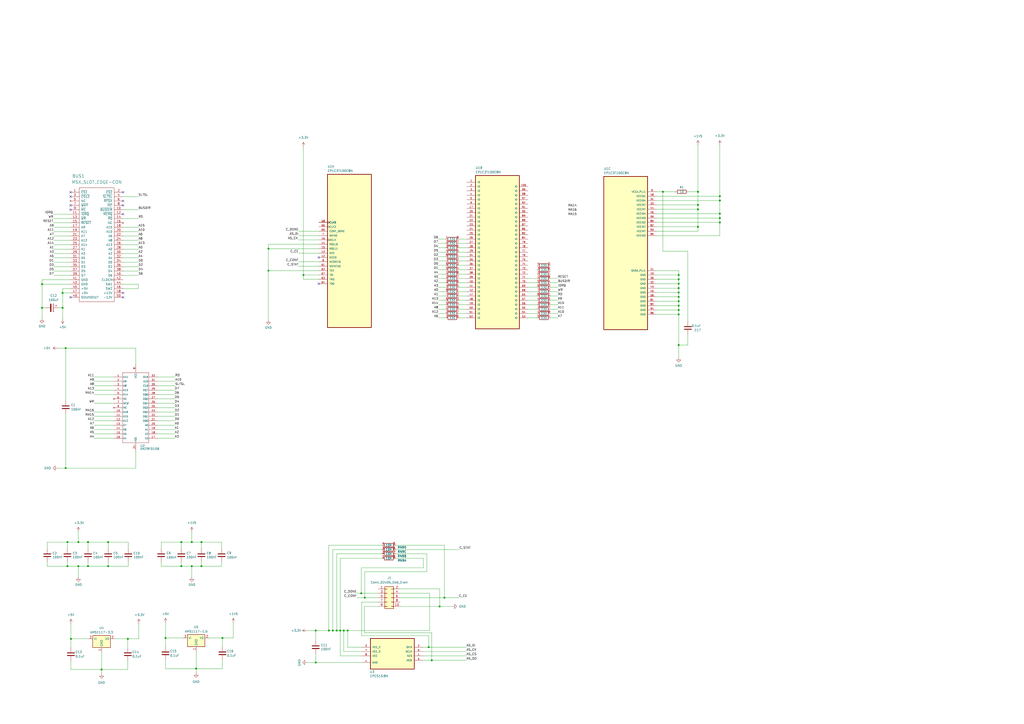
<source format=kicad_sch>
(kicad_sch (version 20230121) (generator eeschema)
  (paper "A2")
  (title_block (title "Obsonet Wireless - The WiFi card for the MSX") (date "2024-05-26") (rev "1.0") (company "The Retro Hacker") (comment 1 "Creative Commons Attribution - NonCommercial - ShareAlike 4.0 International License") (comment 2 "This work is licensed under a ") (comment 3 "The WiFi card for the MSX") (comment 4 "Obsonet Wireless"))
  (junction (at 393.7 179.832))
  (junction (at 393.7 169.672))
  (junction (at 96.012 370.078))
  (junction (at 393.7 172.212))
  (junction (at 404.876 118.872))
  (junction (at 255.016 351.79))
  (junction (at 404.876 121.412))
  (junction (at 257.81 346.71))
  (junction (at 39.116 314.452))
  (junction (at 209.55 344.17))
  (junction (at 199.39 365.76))
  (junction (at 24.384 164.846))
  (junction (at 183.134 365.76))
  (junction (at 250.444 383.032))
  (junction (at 155.702 156.972))
  (junction (at 417.576 116.332))
  (junction (at 183.134 384.302))
  (junction (at 393.7 177.292))
  (junction (at 404.876 131.572))
  (junction (at 195.326 365.76))
  (junction (at 116.84 328.422))
  (junction (at 38.1 201.93))
  (junction (at 36.322 178.562))
  (junction (at 116.84 314.452))
  (junction (at 74.168 370.586))
  (junction (at 393.7 167.132))
  (junction (at 417.576 113.792))
  (junction (at 113.792 387.858))
  (junction (at 393.7 159.512))
  (junction (at 404.876 111.252))
  (junction (at 393.7 174.752))
  (junction (at 197.358 365.76))
  (junction (at 393.7 200.152))
  (junction (at 384.556 111.252))
  (junction (at 45.466 328.422))
  (junction (at 111.252 328.422))
  (junction (at 51.054 314.452))
  (junction (at 193.04 365.76))
  (junction (at 190.754 365.76))
  (junction (at 393.7 164.592))
  (junction (at 51.054 328.422))
  (junction (at 24.384 178.562))
  (junction (at 393.7 162.052))
  (junction (at 105.156 328.422))
  (junction (at 38.1 271.526))
  (junction (at 417.576 123.952))
  (junction (at 393.7 182.372))
  (junction (at 105.156 314.452))
  (junction (at 39.116 328.422))
  (junction (at 201.676 365.76))
  (junction (at 41.148 370.586))
  (junction (at 36.322 169.926))
  (junction (at 248.666 375.412))
  (junction (at 62.738 314.452))
  (junction (at 62.738 328.422))
  (junction (at 45.466 314.452))
  (junction (at 58.928 388.366))
  (junction (at 417.576 126.492))
  (junction (at 155.702 144.272))
  (junction (at 211.582 346.71))
  (junction (at 129.032 370.078))
  (junction (at 111.252 314.452))
  (junction (at 176.022 159.512))
  (junction (at 417.576 129.032))
  (no_connect (at 71.374 111.506))
  (no_connect (at 71.374 124.206))
  (no_connect (at 40.894 119.126))
  (no_connect (at 40.894 121.666))
  (no_connect (at 71.374 119.126))
  (no_connect (at 71.374 172.466))
  (no_connect (at 40.894 111.506))
  (no_connect (at 184.912 164.592))
  (no_connect (at 184.912 149.352))
  (no_connect (at 40.894 172.466))
  (no_connect (at 40.894 114.046))
  (no_connect (at 71.374 169.926))
  (no_connect (at 71.374 116.586))
  (wire (pts (xy 306.324 166.624) (xy 311.658 166.624)))
  (wire (pts (xy 393.7 207.518) (xy 393.7 200.152)))
  (wire (pts (xy 71.374 164.846) (xy 80.264 164.846)))
  (wire (pts (xy 91.44 218.694) (xy 101.6 218.694)))
  (wire (pts (xy 319.278 176.784) (xy 323.596 176.784)))
  (wire (pts (xy 221.742 323.85) (xy 197.358 323.85)))
  (wire (pts (xy 38.1 201.93) (xy 78.74 201.93)))
  (wire (pts (xy 393.7 174.752) (xy 393.7 177.292)))
  (wire (pts (xy 183.134 384.302) (xy 209.804 384.302)))
  (wire (pts (xy 306.324 161.544) (xy 311.658 161.544)))
  (wire (pts (xy 41.148 370.586) (xy 51.308 370.586)))
  (wire (pts (xy 74.422 328.422) (xy 62.738 328.422)))
  (wire (pts (xy 71.374 157.226) (xy 80.264 157.226)))
  (wire (pts (xy 254.254 153.924) (xy 258.572 153.924)))
  (wire (pts (xy 128.524 318.262) (xy 128.524 314.452)))
  (wire (pts (xy 27.432 318.262) (xy 27.432 314.452)))
  (wire (pts (xy 176.022 159.512) (xy 176.022 85.09)))
  (wire (pts (xy 221.742 321.31) (xy 195.326 321.31)))
  (wire (pts (xy 380.746 172.212) (xy 393.7 172.212)))
  (wire (pts (xy 91.44 228.854) (xy 101.346 228.854)))
  (wire (pts (xy 399.288 111.252) (xy 404.876 111.252)))
  (wire (pts (xy 393.7 172.212) (xy 393.7 174.752)))
  (wire (pts (xy 254.254 156.464) (xy 258.572 156.464)))
  (wire (pts (xy 255.016 341.63) (xy 255.016 351.79)))
  (wire (pts (xy 319.278 171.704) (xy 323.596 171.704)))
  (wire (pts (xy 404.876 121.412) (xy 404.876 131.572)))
  (wire (pts (xy 40.894 162.306) (xy 24.384 162.306)))
  (wire (pts (xy 91.44 254.254) (xy 101.346 254.254)))
  (wire (pts (xy 190.754 316.23) (xy 190.754 365.76)))
  (wire (pts (xy 399.034 145.796) (xy 384.556 145.796)))
  (wire (pts (xy 30.988 129.286) (xy 40.894 129.286)))
  (wire (pts (xy 254.254 159.004) (xy 258.572 159.004)))
  (wire (pts (xy 172.974 139.192) (xy 184.912 139.192)))
  (wire (pts (xy 74.168 370.586) (xy 74.168 375.666)))
  (wire (pts (xy 173.228 136.652) (xy 184.912 136.652)))
  (wire (pts (xy 209.804 375.412) (xy 201.676 375.412)))
  (wire (pts (xy 257.81 316.23) (xy 257.81 346.71)))
  (wire (pts (xy 254.254 179.324) (xy 258.572 179.324)))
  (wire (pts (xy 380.746 116.332) (xy 417.576 116.332)))
  (wire (pts (xy 417.576 136.652) (xy 417.576 129.032)))
  (wire (pts (xy 195.326 365.76) (xy 197.358 365.76)))
  (wire (pts (xy 266.192 153.924) (xy 270.764 153.924)))
  (wire (pts (xy 306.324 171.704) (xy 311.658 171.704)))
  (wire (pts (xy 71.374 149.606) (xy 80.264 149.606)))
  (wire (pts (xy 254.254 161.544) (xy 258.572 161.544)))
  (wire (pts (xy 229.362 316.23) (xy 257.81 316.23)))
  (wire (pts (xy 417.576 116.332) (xy 417.576 123.952)))
  (wire (pts (xy 380.746 162.052) (xy 393.7 162.052)))
  (wire (pts (xy 41.148 370.586) (xy 41.148 375.666)))
  (wire (pts (xy 254.254 138.684) (xy 258.572 138.684)))
  (wire (pts (xy 26.416 178.562) (xy 24.384 178.562)))
  (wire (pts (xy 33.274 201.93) (xy 38.1 201.93)))
  (wire (pts (xy 201.676 375.412) (xy 201.676 365.76)))
  (wire (pts (xy 155.702 141.732) (xy 155.702 144.272)))
  (wire (pts (xy 266.192 169.164) (xy 270.764 169.164)))
  (wire (pts (xy 155.702 144.272) (xy 184.912 144.272)))
  (wire (pts (xy 31.242 136.906) (xy 40.894 136.906)))
  (wire (pts (xy 54.61 244.094) (xy 66.04 244.094)))
  (wire (pts (xy 380.746 177.292) (xy 393.7 177.292)))
  (wire (pts (xy 266.192 164.084) (xy 270.764 164.084)))
  (wire (pts (xy 393.7 164.592) (xy 393.7 167.132)))
  (wire (pts (xy 105.156 314.452) (xy 111.252 314.452)))
  (wire (pts (xy 71.374 134.366) (xy 80.264 134.366)))
  (wire (pts (xy 184.912 156.972) (xy 155.702 156.972)))
  (wire (pts (xy 232.156 351.79) (xy 255.016 351.79)))
  (wire (pts (xy 245.364 375.412) (xy 248.666 375.412)))
  (wire (pts (xy 209.804 380.492) (xy 197.358 380.492)))
  (wire (pts (xy 380.746 118.872) (xy 404.876 118.872)))
  (wire (pts (xy 404.876 111.252) (xy 404.876 84.074)))
  (wire (pts (xy 306.324 174.244) (xy 311.658 174.244)))
  (wire (pts (xy 31.242 154.686) (xy 40.894 154.686)))
  (wire (pts (xy 93.472 328.422) (xy 105.156 328.422)))
  (wire (pts (xy 27.432 328.422) (xy 27.432 325.882)))
  (wire (pts (xy 31.242 134.366) (xy 40.894 134.366)))
  (wire (pts (xy 266.192 171.704) (xy 270.764 171.704)))
  (wire (pts (xy 91.44 233.934) (xy 101.346 233.934)))
  (wire (pts (xy 71.374 131.826) (xy 80.264 131.826)))
  (wire (pts (xy 399.034 186.436) (xy 399.034 145.796)))
  (wire (pts (xy 380.746 123.952) (xy 417.576 123.952)))
  (wire (pts (xy 80.518 361.696) (xy 80.518 370.586)))
  (wire (pts (xy 54.61 249.174) (xy 66.04 249.174)))
  (wire (pts (xy 31.242 157.226) (xy 40.894 157.226)))
  (wire (pts (xy 306.324 181.864) (xy 311.658 181.864)))
  (wire (pts (xy 93.472 314.452) (xy 105.156 314.452)))
  (wire (pts (xy 254.254 146.304) (xy 258.572 146.304)))
  (wire (pts (xy 209.55 344.17) (xy 219.456 344.17)))
  (wire (pts (xy 380.746 134.112) (xy 404.876 134.112)))
  (wire (pts (xy 129.032 387.858) (xy 113.792 387.858)))
  (wire (pts (xy 266.192 176.784) (xy 270.764 176.784)))
  (wire (pts (xy 184.912 141.732) (xy 155.702 141.732)))
  (wire (pts (xy 38.1 271.526) (xy 78.74 271.526)))
  (wire (pts (xy 183.134 379.222) (xy 183.134 384.302)))
  (wire (pts (xy 404.876 111.252) (xy 404.876 118.872)))
  (wire (pts (xy 39.116 328.422) (xy 27.432 328.422)))
  (wire (pts (xy 111.252 328.422) (xy 116.84 328.422)))
  (wire (pts (xy 54.61 221.234) (xy 66.04 221.234)))
  (wire (pts (xy 54.61 246.634) (xy 66.04 246.634)))
  (wire (pts (xy 254.254 171.704) (xy 258.572 171.704)))
  (wire (pts (xy 91.44 241.554) (xy 101.346 241.554)))
  (wire (pts (xy 221.742 318.77) (xy 193.04 318.77)))
  (wire (pts (xy 229.362 323.85) (xy 245.618 323.85)))
  (wire (pts (xy 417.576 113.792) (xy 417.576 116.332)))
  (wire (pts (xy 41.148 383.286) (xy 41.148 388.366)))
  (wire (pts (xy 393.7 179.832) (xy 393.7 182.372)))
  (wire (pts (xy 178.054 365.76) (xy 183.134 365.76)))
  (wire (pts (xy 96.012 382.778) (xy 96.012 387.858)))
  (wire (pts (xy 93.472 325.882) (xy 93.472 328.422)))
  (wire (pts (xy 209.804 349.25) (xy 209.804 368.808)))
  (wire (pts (xy 74.168 388.366) (xy 58.928 388.366)))
  (wire (pts (xy 266.192 159.004) (xy 270.764 159.004)))
  (wire (pts (xy 393.7 156.972) (xy 393.7 159.512)))
  (wire (pts (xy 129.032 370.078) (xy 129.032 375.158)))
  (wire (pts (xy 219.456 351.79) (xy 211.328 351.79)))
  (wire (pts (xy 80.518 370.586) (xy 74.168 370.586)))
  (wire (pts (xy 58.928 388.366) (xy 58.928 390.906)))
  (wire (pts (xy 209.804 368.808) (xy 248.666 368.808)))
  (wire (pts (xy 380.746 182.372) (xy 393.7 182.372)))
  (wire (pts (xy 384.556 111.252) (xy 384.556 145.796)))
  (wire (pts (xy 199.39 365.76) (xy 201.676 365.76)))
  (wire (pts (xy 71.374 141.986) (xy 80.264 141.986)))
  (wire (pts (xy 93.472 318.262) (xy 93.472 314.452)))
  (wire (pts (xy 211.582 331.724) (xy 211.582 346.71)))
  (wire (pts (xy 39.116 314.452) (xy 45.466 314.452)))
  (wire (pts (xy 40.894 167.386) (xy 36.322 167.386)))
  (wire (pts (xy 417.576 84.074) (xy 417.576 113.792)))
  (wire (pts (xy 54.61 251.714) (xy 66.04 251.714)))
  (wire (pts (xy 404.876 131.572) (xy 404.876 134.112)))
  (wire (pts (xy 250.444 367.03) (xy 250.444 383.032)))
  (wire (pts (xy 393.7 162.052) (xy 393.7 164.592)))
  (wire (pts (xy 229.362 321.31) (xy 247.65 321.31)))
  (wire (pts (xy 113.792 387.858) (xy 113.792 390.398)))
  (wire (pts (xy 254.254 174.244) (xy 258.572 174.244)))
  (wire (pts (xy 31.242 139.446) (xy 40.894 139.446)))
  (wire (pts (xy 193.04 365.76) (xy 195.326 365.76)))
  (wire (pts (xy 31.242 141.986) (xy 40.894 141.986)))
  (wire (pts (xy 247.65 331.724) (xy 211.582 331.724)))
  (wire (pts (xy 380.746 136.652) (xy 417.576 136.652)))
  (wire (pts (xy 116.84 325.882) (xy 116.84 328.422)))
  (wire (pts (xy 306.324 164.084) (xy 311.658 164.084)))
  (wire (pts (xy 24.384 162.306) (xy 24.384 164.846)))
  (wire (pts (xy 54.61 223.774) (xy 66.04 223.774)))
  (wire (pts (xy 266.192 141.224) (xy 270.764 141.224)))
  (wire (pts (xy 254.254 169.164) (xy 258.572 169.164)))
  (wire (pts (xy 254.254 176.784) (xy 258.572 176.784)))
  (wire (pts (xy 54.61 233.934) (xy 66.04 233.934)))
  (wire (pts (xy 24.384 164.846) (xy 40.894 164.846)))
  (wire (pts (xy 71.374 159.766) (xy 80.264 159.766)))
  (wire (pts (xy 78.74 261.874) (xy 78.74 271.526)))
  (wire (pts (xy 135.382 370.078) (xy 129.032 370.078)))
  (wire (pts (xy 266.192 156.464) (xy 270.764 156.464)))
  (wire (pts (xy 45.466 314.452) (xy 51.054 314.452)))
  (wire (pts (xy 129.032 382.778) (xy 129.032 387.858)))
  (wire (pts (xy 266.192 174.244) (xy 270.764 174.244)))
  (wire (pts (xy 211.582 346.71) (xy 219.456 346.71)))
  (wire (pts (xy 380.746 167.132) (xy 393.7 167.132)))
  (wire (pts (xy 245.618 329.438) (xy 209.55 329.438)))
  (wire (pts (xy 91.44 249.174) (xy 101.346 249.174)))
  (wire (pts (xy 173.228 134.112) (xy 184.912 134.112)))
  (wire (pts (xy 380.746 121.412) (xy 404.876 121.412)))
  (wire (pts (xy 184.912 159.512) (xy 176.022 159.512)))
  (wire (pts (xy 51.054 314.452) (xy 62.738 314.452)))
  (wire (pts (xy 399.034 200.152) (xy 399.034 194.056)))
  (wire (pts (xy 30.988 126.746) (xy 40.894 126.746)))
  (wire (pts (xy 266.192 148.844) (xy 270.764 148.844)))
  (wire (pts (xy 380.746 113.792) (xy 417.576 113.792)))
  (wire (pts (xy 111.252 314.452) (xy 116.84 314.452)))
  (wire (pts (xy 190.754 365.76) (xy 193.04 365.76)))
  (wire (pts (xy 266.192 161.544) (xy 270.764 161.544)))
  (wire (pts (xy 404.876 118.872) (xy 404.876 121.412)))
  (wire (pts (xy 266.192 138.684) (xy 270.764 138.684)))
  (wire (pts (xy 245.364 383.032) (xy 250.444 383.032)))
  (wire (pts (xy 232.156 346.71) (xy 257.81 346.71)))
  (wire (pts (xy 250.444 383.032) (xy 270.51 383.032)))
  (wire (pts (xy 319.278 164.084) (xy 323.596 164.084)))
  (wire (pts (xy 78.74 201.93) (xy 78.74 211.074)))
  (wire (pts (xy 245.364 380.492) (xy 270.51 380.492)))
  (wire (pts (xy 33.274 271.526) (xy 38.1 271.526)))
  (wire (pts (xy 91.44 223.774) (xy 101.6 223.774)))
  (wire (pts (xy 91.44 239.014) (xy 101.346 239.014)))
  (wire (pts (xy 71.374 136.906) (xy 80.264 136.906)))
  (wire (pts (xy 306.324 184.404) (xy 311.658 184.404)))
  (wire (pts (xy 184.912 162.052) (xy 176.022 162.052)))
  (wire (pts (xy 31.242 147.066) (xy 40.894 147.066)))
  (wire (pts (xy 135.382 361.188) (xy 135.382 370.078)))
  (wire (pts (xy 266.192 184.404) (xy 270.764 184.404)))
  (wire (pts (xy 266.192 166.624) (xy 270.764 166.624)))
  (wire (pts (xy 31.242 149.606) (xy 40.894 149.606)))
  (wire (pts (xy 183.134 365.76) (xy 190.754 365.76)))
  (wire (pts (xy 232.156 341.63) (xy 255.016 341.63)))
  (wire (pts (xy 91.44 231.394) (xy 101.346 231.394)))
  (wire (pts (xy 66.548 370.586) (xy 74.168 370.586)))
  (wire (pts (xy 380.746 111.252) (xy 384.556 111.252)))
  (wire (pts (xy 249.174 344.17) (xy 249.174 365.76)))
  (wire (pts (xy 91.44 226.314) (xy 101.346 226.314)))
  (wire (pts (xy 31.242 159.766) (xy 40.894 159.766)))
  (wire (pts (xy 96.012 361.188) (xy 96.012 370.078)))
  (wire (pts (xy 116.84 314.452) (xy 128.524 314.452)))
  (wire (pts (xy 393.7 177.292) (xy 393.7 179.832)))
  (wire (pts (xy 54.61 241.554) (xy 66.04 241.554)))
  (wire (pts (xy 128.524 325.882) (xy 128.524 328.422)))
  (wire (pts (xy 111.252 334.772) (xy 111.252 328.422)))
  (wire (pts (xy 417.576 129.032) (xy 417.576 126.492)))
  (wire (pts (xy 266.192 143.764) (xy 270.764 143.764)))
  (wire (pts (xy 54.61 218.694) (xy 66.04 218.694)))
  (wire (pts (xy 105.156 318.262) (xy 105.156 314.452)))
  (wire (pts (xy 51.054 328.422) (xy 62.738 328.422)))
  (wire (pts (xy 80.264 167.386) (xy 71.374 167.386)))
  (wire (pts (xy 62.738 314.452) (xy 74.422 314.452)))
  (wire (pts (xy 51.054 314.452) (xy 51.054 318.262)))
  (wire (pts (xy 183.134 365.76) (xy 183.134 371.602)))
  (wire (pts (xy 71.374 126.746) (xy 80.264 126.746)))
  (wire (pts (xy 40.894 169.926) (xy 36.322 169.926)))
  (wire (pts (xy 58.928 388.366) (xy 41.148 388.366)))
  (wire (pts (xy 80.264 164.846) (xy 80.264 167.386)))
  (wire (pts (xy 71.374 152.146) (xy 80.264 152.146)))
  (wire (pts (xy 193.04 318.77) (xy 193.04 365.76)))
  (wire (pts (xy 380.746 129.032) (xy 417.576 129.032)))
  (wire (pts (xy 209.804 377.952) (xy 199.39 377.952)))
  (wire (pts (xy 41.148 361.696) (xy 41.148 370.586)))
  (wire (pts (xy 319.278 181.864) (xy 323.596 181.864)))
  (wire (pts (xy 380.746 164.592) (xy 393.7 164.592)))
  (wire (pts (xy 380.746 131.572) (xy 404.876 131.572)))
  (wire (pts (xy 54.61 239.014) (xy 66.04 239.014)))
  (wire (pts (xy 96.012 387.858) (xy 113.792 387.858)))
  (wire (pts (xy 173.228 154.432) (xy 184.912 154.432)))
  (wire (pts (xy 74.168 383.286) (xy 74.168 388.366)))
  (wire (pts (xy 380.746 126.492) (xy 417.576 126.492)))
  (wire (pts (xy 116.84 328.422) (xy 128.524 328.422)))
  (wire (pts (xy 380.746 156.972) (xy 393.7 156.972)))
  (wire (pts (xy 319.278 161.544) (xy 323.596 161.544)))
  (wire (pts (xy 24.384 178.562) (xy 24.384 184.912)))
  (wire (pts (xy 176.022 162.052) (xy 176.022 159.512)))
  (wire (pts (xy 36.322 169.926) (xy 36.322 178.562)))
  (wire (pts (xy 254.254 184.404) (xy 258.572 184.404)))
  (wire (pts (xy 393.7 159.512) (xy 393.7 162.052)))
  (wire (pts (xy 155.702 144.272) (xy 155.702 156.972)))
  (wire (pts (xy 255.016 351.79) (xy 262.382 351.79)))
  (wire (pts (xy 71.374 139.446) (xy 80.264 139.446)))
  (wire (pts (xy 266.192 146.304) (xy 270.764 146.304)))
  (wire (pts (xy 38.1 240.03) (xy 38.1 271.526)))
  (wire (pts (xy 34.036 178.562) (xy 36.322 178.562)))
  (wire (pts (xy 173.228 146.812) (xy 184.912 146.812)))
  (wire (pts (xy 96.012 370.078) (xy 106.172 370.078)))
  (wire (pts (xy 111.252 308.356) (xy 111.252 314.452)))
  (wire (pts (xy 254.254 143.764) (xy 258.572 143.764)))
  (wire (pts (xy 71.374 114.046) (xy 80.264 114.046)))
  (wire (pts (xy 393.7 169.672) (xy 393.7 172.212)))
  (wire (pts (xy 45.466 328.422) (xy 51.054 328.422)))
  (wire (pts (xy 211.328 351.79) (xy 211.328 367.03)))
  (wire (pts (xy 96.012 370.078) (xy 96.012 375.158)))
  (wire (pts (xy 393.7 167.132) (xy 393.7 169.672)))
  (wire (pts (xy 197.358 323.85) (xy 197.358 365.76)))
  (wire (pts (xy 254.254 181.864) (xy 258.572 181.864)))
  (wire (pts (xy 254.254 164.084) (xy 258.572 164.084)))
  (wire (pts (xy 39.116 328.422) (xy 45.466 328.422)))
  (wire (pts (xy 266.192 179.324) (xy 270.764 179.324)))
  (wire (pts (xy 197.358 365.76) (xy 197.358 380.492)))
  (wire (pts (xy 27.432 314.452) (xy 39.116 314.452)))
  (wire (pts (xy 393.7 200.152) (xy 399.034 200.152)))
  (wire (pts (xy 219.456 349.25) (xy 209.804 349.25)))
  (wire (pts (xy 31.242 144.526) (xy 40.894 144.526)))
  (wire (pts (xy 74.422 318.262) (xy 74.422 314.452)))
  (wire (pts (xy 178.054 384.302) (xy 183.134 384.302)))
  (wire (pts (xy 199.39 377.952) (xy 199.39 365.76)))
  (wire (pts (xy 105.156 328.422) (xy 111.252 328.422)))
  (wire (pts (xy 229.362 318.77) (xy 266.446 318.77)))
  (wire (pts (xy 266.192 151.384) (xy 270.764 151.384)))
  (wire (pts (xy 211.328 367.03) (xy 250.444 367.03)))
  (wire (pts (xy 197.358 365.76) (xy 199.39 365.76)))
  (wire (pts (xy 254.254 166.624) (xy 258.572 166.624)))
  (wire (pts (xy 91.44 246.634) (xy 101.346 246.634)))
  (wire (pts (xy 249.174 365.76) (xy 201.676 365.76)))
  (wire (pts (xy 173.228 151.892) (xy 184.912 151.892)))
  (wire (pts (xy 306.324 179.324) (xy 311.658 179.324)))
  (wire (pts (xy 38.1 201.93) (xy 38.1 232.41)))
  (wire (pts (xy 417.576 126.492) (xy 417.576 123.952)))
  (wire (pts (xy 393.7 200.152) (xy 393.7 182.372)))
  (wire (pts (xy 45.466 328.422) (xy 45.466 334.772)))
  (wire (pts (xy 221.742 316.23) (xy 190.754 316.23)))
  (wire (pts (xy 209.55 329.438) (xy 209.55 344.17)))
  (wire (pts (xy 245.364 377.952) (xy 270.51 377.952)))
  (wire (pts (xy 71.374 147.066) (xy 80.264 147.066)))
  (wire (pts (xy 71.374 144.526) (xy 80.264 144.526)))
  (wire (pts (xy 113.792 377.698) (xy 113.792 387.858)))
  (wire (pts (xy 319.278 166.624) (xy 323.596 166.624)))
  (wire (pts (xy 31.242 152.146) (xy 40.894 152.146)))
  (wire (pts (xy 58.928 378.206) (xy 58.928 388.366)))
  (wire (pts (xy 248.666 375.412) (xy 270.51 375.412)))
  (wire (pts (xy 319.278 179.324) (xy 323.596 179.324)))
  (wire (pts (xy 105.156 328.422) (xy 105.156 325.882)))
  (wire (pts (xy 51.054 325.882) (xy 51.054 328.422)))
  (wire (pts (xy 207.01 344.17) (xy 209.55 344.17)))
  (wire (pts (xy 116.84 318.262) (xy 116.84 314.452)))
  (wire (pts (xy 254.254 148.844) (xy 258.572 148.844)))
  (wire (pts (xy 319.278 174.244) (xy 323.596 174.244)))
  (wire (pts (xy 319.278 184.404) (xy 323.596 184.404)))
  (wire (pts (xy 74.422 325.882) (xy 74.422 328.422)))
  (wire (pts (xy 71.374 121.666) (xy 80.264 121.666)))
  (wire (pts (xy 155.702 156.972) (xy 155.702 185.674)))
  (wire (pts (xy 62.738 325.882) (xy 62.738 328.422)))
  (wire (pts (xy 62.738 318.262) (xy 62.738 314.452)))
  (wire (pts (xy 247.65 321.31) (xy 247.65 331.724)))
  (wire (pts (xy 380.746 159.512) (xy 393.7 159.512)))
  (wire (pts (xy 54.61 254.254) (xy 66.04 254.254)))
  (wire (pts (xy 30.734 124.206) (xy 40.894 124.206)))
  (wire (pts (xy 39.116 318.262) (xy 39.116 314.452)))
  (wire (pts (xy 257.81 346.71) (xy 266.192 346.71)))
  (wire (pts (xy 306.324 169.164) (xy 311.658 169.164)))
  (wire (pts (xy 121.412 370.078) (xy 129.032 370.078)))
  (wire (pts (xy 91.44 236.474) (xy 101.346 236.474)))
  (wire (pts (xy 71.374 154.686) (xy 80.264 154.686)))
  (wire (pts (xy 254.254 151.384) (xy 258.572 151.384)))
  (wire (pts (xy 207.01 346.71) (xy 211.582 346.71)))
  (wire (pts (xy 54.61 228.854) (xy 66.04 228.854)))
  (wire (pts (xy 306.324 176.784) (xy 311.658 176.784)))
  (wire (pts (xy 380.746 174.752) (xy 393.7 174.752)))
  (wire (pts (xy 24.384 164.846) (xy 24.384 178.562)))
  (wire (pts (xy 36.322 178.562) (xy 36.322 185.166)))
  (wire (pts (xy 384.556 111.252) (xy 391.668 111.252)))
  (wire (pts (xy 319.278 169.164) (xy 323.596 169.164)))
  (wire (pts (xy 54.61 226.314) (xy 66.04 226.314)))
  (wire (pts (xy 232.156 344.17) (xy 249.174 344.17)))
  (wire (pts (xy 380.746 179.832) (xy 393.7 179.832)))
  (wire (pts (xy 39.116 325.882) (xy 39.116 328.422)))
  (wire (pts (xy 254.254 141.224) (xy 258.572 141.224)))
  (wire (pts (xy 31.242 131.826) (xy 40.894 131.826)))
  (wire (pts (xy 101.346 244.094) (xy 91.44 244.094)))
  (wire (pts (xy 36.322 167.386) (xy 36.322 169.926)))
  (wire (pts (xy 266.192 181.864) (xy 270.764 181.864)))
  (wire (pts (xy 91.44 221.234) (xy 101.6 221.234)))
  (wire (pts (xy 248.666 368.808) (xy 248.666 375.412)))
  (wire (pts (xy 45.466 308.356) (xy 45.466 314.452)))
  (wire (pts (xy 245.618 323.85) (xy 245.618 329.438)))
  (wire (pts (xy 380.746 169.672) (xy 393.7 169.672)))
  (wire (pts (xy 91.44 251.714) (xy 101.346 251.714)))
  (wire (pts (xy 195.326 321.31) (xy 195.326 365.76)))
  (label "A3" (at 31.242 147.066 180))
  (label "A9" (at 31.242 131.826 180))
  (label "C_DONE" (at 173.228 134.112 180))
  (label "A8" (at 254.254 179.324 180))
  (label "A12" (at 31.242 139.446 180))
  (label "D5" (at 254.254 146.304 180))
  (label "A6" (at 80.264 136.906 0))
  (label "MA15" (at 54.61 241.554 180))
  (label "AS_DI" (at 270.51 375.412 0))
  (label "D4" (at 254.254 143.764 180))
  (label "MA15" (at 329.438 125.222 0))
  (label "A1" (at 31.242 144.526 180))
  (label "AS_CS" (at 270.51 380.492 0))
  (label "A11" (at 323.596 179.324 0))
  (label "A11" (at 54.61 218.694 180))
  (label "A10" (at 80.264 134.366 0))
  (label "C_DONE" (at 207.01 344.17 180))
  (label "D3" (at 101.346 236.474 0))
  (label "A7" (at 31.242 136.906 180))
  (label "A7" (at 54.61 246.634 180))
  (label "A10" (at 101.6 221.234 0))
  (label "A12" (at 254.254 181.864 180))
  (label "MA14" (at 329.438 120.142 0))
  (label "D4" (at 101.346 233.934 0))
  (label "A0" (at 254.254 169.164 180))
  (label "D7" (at 254.254 141.224 180))
  (label "A2" (at 254.254 164.084 180))
  (label "D1" (at 31.242 152.146 180))
  (label "A0" (at 80.264 144.526 0))
  (label "A15" (at 80.264 131.826 0))
  (label "WR" (at 323.596 169.164 0))
  (label "A4" (at 254.254 159.004 180))
  (label "A4" (at 54.61 254.254 180))
  (label "A13" (at 80.264 141.986 0))
  (label "A13" (at 54.61 226.314 180))
  (label "A9" (at 54.61 221.234 180))
  (label "C_CONF" (at 173.228 151.892 180))
  (label "A14" (at 254.254 176.784 180))
  (label "SLTSL" (at 101.6 223.774 0))
  (label "C_STAT" (at 173.228 154.432 180))
  (label "C_CE" (at 266.192 346.71 0))
  (label "D4" (at 80.264 157.226 0))
  (label "AS_CK" (at 172.974 139.192 180))
  (label "A3" (at 254.254 166.624 180))
  (label "C_CONF" (at 207.01 346.71 180))
  (label "D6" (at 101.346 228.854 0))
  (label "D5" (at 31.242 157.226 180))
  (label "BUSDIR" (at 80.264 121.666 0))
  (label "D1" (at 254.254 156.464 180))
  (label "A5" (at 254.254 161.544 180))
  (label "A2" (at 101.346 251.714 0))
  (label "MA16" (at 54.61 239.014 180))
  (label "A7" (at 323.596 184.404 0))
  (label "D6" (at 254.254 138.684 180))
  (label "A1" (at 254.254 171.704 180))
  (label "AS_CK" (at 270.51 377.952 0))
  (label "IORQ" (at 323.596 166.624 0))
  (label "IORQ" (at 30.734 124.206 180))
  (label "A12" (at 54.61 244.094 180))
  (label "D5" (at 101.346 231.394 0))
  (label "SLTSL" (at 80.264 114.046 0))
  (label "A10" (at 323.596 181.864 0))
  (label "A4" (at 80.264 149.606 0))
  (label "RESET" (at 323.596 161.544 0))
  (label "C_CE" (at 173.228 146.812 180))
  (label "D0" (at 80.264 152.146 0))
  (label "A14" (at 31.242 141.986 180))
  (label "D7" (at 31.242 159.766 180))
  (label "C_STAT" (at 266.446 318.77 0))
  (label "D0" (at 254.254 153.924 180))
  (label "WR" (at 54.61 233.934 180))
  (label "A5" (at 31.242 149.606 180))
  (label "A2" (at 80.264 147.066 0))
  (label "RD" (at 80.264 126.746 0))
  (label "D2" (at 80.264 154.686 0))
  (label "D3" (at 254.254 151.384 180))
  (label "D6" (at 80.264 159.766 0))
  (label "A1" (at 101.346 249.174 0))
  (label "A9" (at 323.596 174.244 0))
  (label "D3" (at 31.242 154.686 180))
  (label "RESET" (at 30.988 129.286 180))
  (label "AS_DI" (at 173.228 136.652 180))
  (label "A13" (at 254.254 174.244 180))
  (label "MA14" (at 54.61 228.854 180))
  (label "A5" (at 54.61 251.714 180))
  (label "A0" (at 101.346 246.634 0))
  (label "RD" (at 101.6 218.694 0))
  (label "MA16" (at 329.438 122.682 0))
  (label "D1" (at 101.346 241.554 0))
  (label "A11" (at 31.242 134.366 180))
  (label "A8" (at 54.61 223.774 180))
  (label "D2" (at 101.346 239.014 0))
  (label "A6" (at 54.61 249.174 180))
  (label "D0" (at 101.346 244.094 0))
  (label "AS_DO" (at 270.51 383.032 0))
  (label "D2" (at 254.254 148.844 180))
  (label "A3" (at 101.346 254.254 0))
  (label "A15" (at 323.596 176.784 0))
  (label "A8" (at 80.264 139.446 0))
  (label "WR" (at 30.988 126.746 180))
  (label "RD" (at 323.596 171.704 0))
  (label "BUSDIR" (at 323.596 164.084 0))
  (label "D7" (at 101.346 226.314 0))
  (label "A6" (at 254.254 184.404 180))
  (symbol (lib_id "Device:C_Polarized") (at 30.226 178.562 270) (unit 1)
    (property "Reference" "C12" (at 31.115 171.45 90))
    (property "Value" "100uF" (at 31.115 173.99 90))
    (property "Footprint" "Capacitor_THT:CP_Radial_D5.0mm_P2.50mm" (effects hide))
  )
  (symbol (lib_id "power:+3.3V") (at 417.576 84.074 0) (unit 1)
    (property "Reference" "#PWR020" (effects hide))
    (property "Value" "+3.3V" (at 417.576 78.74 0))
  )
  (symbol (lib_id "Device:R_Pack04_Split") (at 315.468 184.404 90) (unit 4)
    (property "Reference" "RN5" (effects hide))
    (property "Value" "330" (at 315.468 184.404 90))
    (property "Footprint" "Resistor_SMD:R_Array_Convex_4x0603" (effects hide))
  )
  (symbol (lib_id "power:GND") (at 45.466 334.772 0) (unit 1)
    (property "Reference" "#PWR06" (effects hide))
    (property "Value" "GND" (at 45.593 339.1662 0))
  )
  (symbol (lib_id "Device:R_Pack04_Split") (at 262.382 166.624 270) (unit 4)
    (property "Reference" "RN3" (effects hide))
    (property "Value" "330" (at 262.382 166.624 90))
    (property "Footprint" "Resistor_SMD:R_Array_Convex_4x0603" (effects hide))
  )
  (symbol (lib_id "Device:C") (at 41.148 379.476 0) (unit 1)
    (property "Reference" "C13" (at 43.688 378.206 0) (effects (justify left)))
    (property "Value" "0.1uF" (at 43.688 380.746 0) (effects (justify left)))
    (property "Footprint" "Capacitor_SMD:C_0805_2012Metric" (effects hide))
  )
  (symbol (lib_id "EP1C3T100C8N:EP1C3T100C8N") (at 202.692 144.272 0) (unit 1)
    (property "Reference" "U1" (at 189.992 97.282 0) (effects (justify left bottom)))
    (property "Value" "EP1C3T100C8N" (at 189.992 99.822 0) (effects (justify left bottom)))
    (property "Footprint" "libraries:QFP50P1600X1600X120-100N" (effects hide))
    (property "MF" "Intel" (effects hide))
    (property "Description" "\nCyclone® Field Programmable Gate Array (FPGA) IC 65 59904 2910 100-TQFP\n" (effects hide))
    (property "Package" "TQFP-100 Altera" (effects hide))
    (property "Price" "None" (effects hide))
    (property "SnapEDA_Link" "https://www.snapeda.com/parts/EP1C3T100C8N/Intel/view-part/?ref=snap" (effects hide))
    (property "MP" "EP1C3T100C8N" (effects hide))
    (property "Availability" "In Stock" (effects hide))
    (property "Check_prices" "https://www.snapeda.com/parts/EP1C3T100C8N/Intel/view-part/?ref=eda" (effects hide))
  )
  (symbol (lib_id "Device:R_Pack04_Split") (at 315.468 166.624 90) (unit 3)
    (property "Reference" "RN7" (effects hide))
    (property "Value" "330" (at 315.468 166.624 90))
    (property "Footprint" "Resistor_SMD:R_Array_Convex_4x0603" (effects hide))
  )
  (symbol (lib_id "CRISAG:MSX_SLOT_EDGE-CON") (at 56.134 141.986 0) (unit 1) (in_bom no)
    (property "Reference" "BUS1" (at 45.466 102.108 0) (effects (font (size 1.778 1.778))))
    (property "Value" "MSX_SLOT_EDGE-CON" (at 56.134 105.664 0) (effects (font (size 1.778 1.778))))
    (property "Footprint" "libraries:msx_cartridge" (effects hide))
    (property "Datasheet" "https://www.msx.org/wiki/MSX_Cartridge_slot#Pinout_of_Standard_MSX_Cartridge_slot" (effects hide))
    (property "Manufacturer" "n/a" (effects hide))
    (property "MPN" "n/a" (effects hide))
  )
  (symbol (lib_id "power:GND") (at 262.382 351.79 90) (unit 1)
    (property "Reference" "#PWR010" (effects hide))
    (property "Value" "GND" (at 266.192 351.79 90) (effects (justify right)))
  )
  (symbol (lib_id "Device:C") (at 105.156 322.072 0) (unit 1)
    (property "Reference" "C7" (at 108.077 320.9036 0) (effects (justify left)))
    (property "Value" "100nF" (at 108.077 323.215 0) (effects (justify left)))
    (property "Footprint" "Capacitor_SMD:C_0805_2012Metric_Pad1.18x1.45mm_HandSolder" (effects hide))
  )
  (symbol (lib_id "power:+5V") (at 96.012 361.188 0) (unit 1)
    (property "Reference" "#PWR016" (effects hide))
    (property "Value" "+5V" (at 96.012 356.108 0))
  )
  (symbol (lib_id "EP1C3T100C8N:EP1C3T100C8N") (at 362.966 145.542 0) (unit 3)
    (property "Reference" "U1" (at 350.266 98.552 0) (effects (justify left bottom)))
    (property "Value" "EP1C3T100C8N" (at 350.266 101.092 0) (effects (justify left bottom)))
    (property "Footprint" "libraries:QFP50P1600X1600X120-100N" (effects hide))
    (property "MF" "Intel" (effects hide))
    (property "Description" "\nCyclone® Field Programmable Gate Array (FPGA) IC 65 59904 2910 100-TQFP\n" (effects hide))
    (property "Package" "TQFP-100 Altera" (effects hide))
    (property "Price" "None" (effects hide))
    (property "SnapEDA_Link" "https://www.snapeda.com/parts/EP1C3T100C8N/Intel/view-part/?ref=snap" (effects hide))
    (property "MP" "EP1C3T100C8N" (effects hide))
    (property "Availability" "In Stock" (effects hide))
    (property "Check_prices" "https://www.snapeda.com/parts/EP1C3T100C8N/Intel/view-part/?ref=eda" (effects hide))
  )
  (symbol (lib_id "power:GND") (at 33.274 271.526 270) (unit 1)
    (property "Reference" "#PWR02" (effects hide))
    (property "Value" "GND" (at 29.718 271.526 90) (effects (justify right)))
  )
  (symbol (lib_id "EP1C3T100C8N:EP1C3T100C8N") (at 288.544 145.034 0) (unit 2)
    (property "Reference" "U1" (at 275.844 98.044 0) (effects (justify left bottom)))
    (property "Value" "EP1C3T100C8N" (at 275.844 100.584 0) (effects (justify left bottom)))
    (property "Footprint" "libraries:QFP50P1600X1600X120-100N" (effects hide))
    (property "MF" "Intel" (effects hide))
    (property "Description" "\nCyclone® Field Programmable Gate Array (FPGA) IC 65 59904 2910 100-TQFP\n" (effects hide))
    (property "Package" "TQFP-100 Altera" (effects hide))
    (property "Price" "None" (effects hide))
    (property "SnapEDA_Link" "https://www.snapeda.com/parts/EP1C3T100C8N/Intel/view-part/?ref=snap" (effects hide))
    (property "MP" "EP1C3T100C8N" (effects hide))
    (property "Availability" "In Stock" (effects hide))
    (property "Check_prices" "https://www.snapeda.com/parts/EP1C3T100C8N/Intel/view-part/?ref=eda" (effects hide))
  )
  (symbol (lib_id "Device:R_Pack04_Split") (at 315.468 164.084 90) (unit 4)
    (property "Reference" "RN7" (effects hide))
    (property "Value" "330" (at 315.468 164.084 90))
    (property "Footprint" "Resistor_SMD:R_Array_Convex_4x0603" (effects hide))
  )
  (symbol (lib_id "Device:R_Pack04_Split") (at 225.552 323.85 270) (unit 1)
    (property "Reference" "RN9" (at 233.172 325.12 90))
    (property "Value" "10K" (at 225.552 323.85 90))
    (property "Footprint" "Resistor_SMD:R_Array_Convex_4x0603" (effects hide))
  )
  (symbol (lib_id "Device:R_Pack04_Split") (at 262.382 141.224 270) (unit 2)
    (property "Reference" "RN1" (effects hide))
    (property "Value" "330" (at 262.382 141.224 90))
    (property "Footprint" "Resistor_SMD:R_Array_Convex_4x0603" (effects hide))
  )
  (symbol (lib_id "Device:R_Pack04_Split") (at 262.382 143.764 270) (unit 3)
    (property "Reference" "RN1" (effects hide))
    (property "Value" "330" (at 262.382 143.764 90))
    (property "Footprint" "Resistor_SMD:R_Array_Convex_4x0603" (effects hide))
  )
  (symbol (lib_id "Device:R_Pack04_Split") (at 262.382 179.324 270) (unit 1)
    (property "Reference" "RN5" (effects hide))
    (property "Value" "330" (at 262.382 179.324 90))
    (property "Footprint" "Resistor_SMD:R_Array_Convex_4x0603" (effects hide))
  )
  (symbol (lib_id "Device:R_Pack04_Split") (at 315.468 181.864 270) (unit 1)
    (property "Reference" "RN6" (effects hide))
    (property "Value" "330" (at 315.468 181.864 90))
    (property "Footprint" "Resistor_SMD:R_Array_Convex_4x0603" (effects hide))
  )
  (symbol (lib_id "Device:R_Pack04_Split") (at 225.552 318.77 270) (unit 3)
    (property "Reference" "RN9" (at 233.172 320.04 90))
    (property "Value" "10K" (at 225.552 318.77 90))
    (property "Footprint" "Resistor_SMD:R_Array_Convex_4x0603" (effects hide))
  )
  (symbol (lib_id "Device:R_Pack04_Split") (at 315.468 176.784 270) (unit 3)
    (property "Reference" "RN6" (effects hide))
    (property "Value" "330" (at 315.468 176.784 90))
    (property "Footprint" "Resistor_SMD:R_Array_Convex_4x0603" (effects hide))
  )
  (symbol (lib_id "Device:R_Pack04_Split") (at 262.382 164.084 270) (unit 3)
    (property "Reference" "RN3" (effects hide))
    (property "Value" "330" (at 262.382 164.084 90))
    (property "Footprint" "Resistor_SMD:R_Array_Convex_4x0603" (effects hide))
  )
  (symbol (lib_id "Device:C") (at 129.032 378.968 0) (unit 1)
    (property "Reference" "C16" (at 131.572 377.698 0) (effects (justify left)))
    (property "Value" "0.1uF" (at 131.572 380.238 0) (effects (justify left)))
    (property "Footprint" "Capacitor_SMD:C_0805_2012Metric" (effects hide))
  )
  (symbol (lib_id "Device:R_Pack04_Split") (at 315.468 156.464 270) (unit 3)
    (property "Reference" "RN8" (effects hide))
    (property "Value" "330" (at 315.468 156.464 90))
    (property "Footprint" "Resistor_SMD:R_Array_Convex_4x0603" (effects hide))
  )
  (symbol (lib_id "Device:R_Pack04_Split") (at 262.382 159.004 270) (unit 1)
    (property "Reference" "RN3" (effects hide))
    (property "Value" "330" (at 262.382 159.004 90))
    (property "Footprint" "Resistor_SMD:R_Array_Convex_4x0603" (effects hide))
  )
  (symbol (lib_id "Device:C") (at 128.524 322.072 180) (unit 1)
    (property "Reference" "C9" (at 131.572 320.802 0) (effects (justify right)))
    (property "Value" "100nF" (at 131.572 323.342 0) (effects (justify right)))
    (property "Footprint" "Capacitor_SMD:C_0805_2012Metric_Pad1.18x1.45mm_HandSolder" (effects hide))
  )
  (symbol (lib_id "Device:R_Pack04_Split") (at 315.468 179.324 270) (unit 2)
    (property "Reference" "RN6" (effects hide))
    (property "Value" "330" (at 315.468 179.324 90))
    (property "Footprint" "Resistor_SMD:R_Array_Convex_4x0603" (effects hide))
  )
  (symbol (lib_id "Device:R_Pack04_Split") (at 262.382 169.164 90) (unit 1)
    (property "Reference" "RN4" (effects hide))
    (property "Value" "330" (at 262.382 169.164 90))
    (property "Footprint" "Resistor_SMD:R_Array_Convex_4x0603" (effects hide))
  )
  (symbol (lib_id "Device:C") (at 399.034 190.246 180) (unit 1)
    (property "Reference" "C17" (at 406.654 191.516 0) (effects (justify left)))
    (property "Value" "0.1uF" (at 406.654 188.976 0) (effects (justify left)))
    (property "Footprint" "Capacitor_SMD:C_0805_2012Metric" (effects hide))
  )
  (symbol (lib_id "power:GND") (at 58.928 390.906 0) (unit 1)
    (property "Reference" "#PWR014" (effects hide))
    (property "Value" "GND" (at 58.928 395.986 0))
  )
  (symbol (lib_id "Device:R_Pack04_Split") (at 315.468 171.704 90) (unit 1)
    (property "Reference" "RN7" (effects hide))
    (property "Value" "330" (at 315.468 171.704 90))
    (property "Footprint" "Resistor_SMD:R_Array_Convex_4x0603" (effects hide))
  )
  (symbol (lib_id "Device:R_Pack04_Split") (at 225.552 321.31 270) (unit 2)
    (property "Reference" "RN9" (at 233.172 322.58 90))
    (property "Value" "10K" (at 225.552 321.31 90))
    (property "Footprint" "Resistor_SMD:R_Array_Convex_4x0603" (effects hide))
  )
  (symbol (lib_id "Device:R_Pack04_Split") (at 262.382 153.924 90) (unit 3)
    (property "Reference" "RN2" (effects hide))
    (property "Value" "330" (at 262.382 153.924 90))
    (property "Footprint" "Resistor_SMD:R_Array_Convex_4x0603" (effects hide))
  )
  (symbol (lib_id "Device:R_Pack04_Split") (at 262.382 146.304 270) (unit 4)
    (property "Reference" "RN1" (effects hide))
    (property "Value" "330" (at 262.382 146.304 90))
    (property "Footprint" "Resistor_SMD:R_Array_Convex_4x0603" (effects hide))
  )
  (symbol (lib_id "power:GND") (at 111.252 334.772 0) (unit 1)
    (property "Reference" "#PWR021" (effects hide))
    (property "Value" "GND" (at 111.379 339.1662 0))
  )
  (symbol (lib_id "power:GND") (at 155.702 185.674 0) (unit 1)
    (property "Reference" "#PWR011" (effects hide))
    (property "Value" "GND" (at 155.702 189.992 0))
  )
  (symbol (lib_id "power:+1V5") (at 111.252 308.356 0) (unit 1)
    (property "Reference" "#PWR022" (effects hide))
    (property "Value" "+1V5" (at 111.252 303.276 0))
  )
  (symbol (lib_id "Device:R_Pack04_Split") (at 225.552 316.23 270) (unit 4)
    (property "Reference" "RN9" (at 233.172 317.5 90))
    (property "Value" "10K" (at 225.552 316.23 90))
    (property "Footprint" "Resistor_SMD:R_Array_Convex_4x0603" (effects hide))
  )
  (symbol (lib_id "Connector_Generic:Conn_02x05_Odd_Even") (at 224.536 346.71 0) (unit 1)
    (property "Reference" "J1" (at 225.806 335.28 0))
    (property "Value" "Conn_02x05_Odd_Even" (at 225.806 337.82 0))
    (property "Footprint" "Connector_PinHeader_2.54mm:PinHeader_2x05_P2.54mm_Vertical" (effects hide))
  )
  (symbol (lib_id "Device:C") (at 38.1 236.22 180) (unit 1)
    (property "Reference" "C1" (at 41.148 234.95 0) (effects (justify right)))
    (property "Value" "100nF" (at 41.148 237.49 0) (effects (justify right)))
    (property "Footprint" "Capacitor_SMD:C_0805_2012Metric_Pad1.18x1.45mm_HandSolder" (effects hide))
  )
  (symbol (lib_id "power:+5V") (at 36.322 185.166 180) (unit 1)
    (property "Reference" "#PWR07" (effects hide))
    (property "Value" "+5V" (at 36.322 189.738 0))
  )
  (symbol (lib_id "Device:R_Pack04_Split") (at 315.468 174.244 270) (unit 4)
    (property "Reference" "RN6" (effects hide))
    (property "Value" "330" (at 315.468 174.244 90))
    (property "Footprint" "Resistor_SMD:R_Array_Convex_4x0603" (effects hide))
  )
  (symbol (lib_id "AM29F010B:AM29F010B") (at 78.74 236.474 0) (unit 1)
    (property "Reference" "U2" (at 81.28 258.572 0) (effects (justify left)))
    (property "Value" "AM29F010B" (at 86.868 260.35 0))
    (property "Footprint" "Package_SO:TSOP-I-32_18.4x8mm_P0.5mm" (effects hide))
  )
  (symbol (lib_id "power:+5V") (at 33.274 201.93 90) (unit 1)
    (property "Reference" "#PWR01" (effects hide))
    (property "Value" "+5V" (at 29.21 201.93 90) (effects (justify left)))
  )
  (symbol (lib_id "power:+3.3V") (at 178.054 365.76 90) (unit 1)
    (property "Reference" "#PWR09" (effects hide))
    (property "Value" "+3.3V" (at 174.752 365.76 90) (effects (justify left)))
  )
  (symbol (lib_id "Device:C") (at 51.054 322.072 0) (unit 1)
    (property "Reference" "C4" (at 53.975 320.9036 0) (effects (justify left)))
    (property "Value" "100nF" (at 53.975 323.215 0) (effects (justify left)))
    (property "Footprint" "Capacitor_SMD:C_0805_2012Metric_Pad1.18x1.45mm_HandSolder" (effects hide))
  )
  (symbol (lib_id "Device:C") (at 93.472 322.072 180) (unit 1)
    (property "Reference" "C6" (at 96.52 320.802 0) (effects (justify right)))
    (property "Value" "100nF" (at 96.52 323.342 0) (effects (justify right)))
    (property "Footprint" "Capacitor_SMD:C_0805_2012Metric_Pad1.18x1.45mm_HandSolder" (effects hide))
  )
  (symbol (lib_id "Device:C") (at 74.422 322.072 0) (unit 1)
    (property "Reference" "C10" (at 77.343 320.9036 0) (effects (justify left)))
    (property "Value" "100nF" (at 77.343 323.215 0) (effects (justify left)))
    (property "Footprint" "Capacitor_SMD:C_0805_2012Metric_Pad1.18x1.45mm_HandSolder" (effects hide))
  )
  (symbol (lib_id "power:+3.3V") (at 45.466 308.356 0) (unit 1)
    (property "Reference" "#PWR05" (effects hide))
    (property "Value" "+3.3V" (at 42.926 303.276 0) (effects (justify left)))
  )
  (symbol (lib_id "power:+5V") (at 41.148 361.696 0) (unit 1)
    (property "Reference" "#PWR013" (effects hide))
    (property "Value" "+5V" (at 41.148 356.616 0))
  )
  (symbol (lib_id "Device:R_Pack04_Split") (at 262.382 151.384 90) (unit 2)
    (property "Reference" "RN2" (effects hide))
    (property "Value" "330" (at 262.382 151.384 90))
    (property "Footprint" "Resistor_SMD:R_Array_Convex_4x0603" (effects hide))
  )
  (symbol (lib_id "Device:R_Pack04_Split") (at 262.382 184.404 270) (unit 3)
    (property "Reference" "RN5" (effects hide))
    (property "Value" "330" (at 262.382 184.404 90))
    (property "Footprint" "Resistor_SMD:R_Array_Convex_4x0603" (effects hide))
  )
  (symbol (lib_id "power:GND") (at 24.384 184.912 0) (unit 1)
    (property "Reference" "#PWR08" (effects hide))
    (property "Value" "GND" (at 24.384 189.23 0))
  )
  (symbol (lib_id "Device:R_Pack04_Split") (at 262.382 171.704 90) (unit 2)
    (property "Reference" "RN4" (effects hide))
    (property "Value" "330" (at 262.382 171.704 90))
    (property "Footprint" "Resistor_SMD:R_Array_Convex_4x0603" (effects hide))
  )
  (symbol (lib_id "Device:R_Pack04_Split") (at 315.468 159.004 270) (unit 2)
    (property "Reference" "RN8" (effects hide))
    (property "Value" "330" (at 315.468 159.004 90))
    (property "Footprint" "Resistor_SMD:R_Array_Convex_4x0603" (effects hide))
  )
  (symbol (lib_id "power:+1V5") (at 135.382 361.188 0) (unit 1)
    (property "Reference" "#PWR018" (effects hide))
    (property "Value" "+1V5" (at 135.382 356.108 0))
  )
  (symbol (lib_id "Device:R_Pack04_Split") (at 262.382 181.864 270) (unit 2)
    (property "Reference" "RN5" (effects hide))
    (property "Value" "330" (at 262.382 181.864 90))
    (property "Footprint" "Resistor_SMD:R_Array_Convex_4x0603" (effects hide))
  )
  (symbol (lib_id "Device:C") (at 74.168 379.476 0) (unit 1)
    (property "Reference" "C14" (at 76.708 378.206 0) (effects (justify left)))
    (property "Value" "0.1uF" (at 76.708 380.746 0) (effects (justify left)))
    (property "Footprint" "Capacitor_SMD:C_0805_2012Metric" (effects hide))
  )
  (symbol (lib_id "power:GND") (at 393.7 207.518 0) (unit 1)
    (property "Reference" "#PWR03" (effects hide))
    (property "Value" "GND" (at 393.7 212.09 0))
  )
  (symbol (lib_id "Device:C") (at 116.84 322.072 0) (unit 1)
    (property "Reference" "C8" (at 119.761 320.9036 0) (effects (justify left)))
    (property "Value" "100nF" (at 119.761 323.215 0) (effects (justify left)))
    (property "Footprint" "Capacitor_SMD:C_0805_2012Metric_Pad1.18x1.45mm_HandSolder" (effects hide))
  )
  (symbol (lib_id "power:+1V5") (at 404.876 84.074 0) (unit 1)
    (property "Reference" "#PWR019" (effects hide))
    (property "Value" "+1V5" (at 404.876 78.994 0))
  )
  (symbol (lib_id "Device:C") (at 39.116 322.072 0) (unit 1)
    (property "Reference" "C3" (at 42.037 320.9036 0) (effects (justify left)))
    (property "Value" "100nF" (at 42.037 323.215 0) (effects (justify left)))
    (property "Footprint" "Capacitor_SMD:C_0805_2012Metric_Pad1.18x1.45mm_HandSolder" (effects hide))
  )
  (symbol (lib_id "Device:R_Pack04_Split") (at 262.382 148.844 90) (unit 1)
    (property "Reference" "RN2" (effects hide))
    (property "Value" "330" (at 262.382 148.844 90))
    (property "Footprint" "Resistor_SMD:R_Array_Convex_4x0603" (effects hide))
  )
  (symbol (lib_id "Device:R_Pack04_Split") (at 315.468 161.544 270) (unit 1)
    (property "Reference" "RN8" (effects hide))
    (property "Value" "330" (at 315.468 161.544 90))
    (property "Footprint" "Resistor_SMD:R_Array_Convex_4x0603" (effects hide))
  )
  (symbol (lib_id "power:GND") (at 113.792 390.398 0) (unit 1)
    (property "Reference" "#PWR017" (effects hide))
    (property "Value" "GND" (at 113.792 395.478 0))
  )
  (symbol (lib_id "Device:R_Pack04_Split") (at 262.382 161.544 270) (unit 2)
    (property "Reference" "RN3" (effects hide))
    (property "Value" "330" (at 262.382 161.544 90))
    (property "Footprint" "Resistor_SMD:R_Array_Convex_4x0603" (effects hide))
  )
  (symbol (lib_id "Device:R") (at 395.478 111.252 270) (unit 1)
    (property "Reference" "R1" (at 395.478 108.712 90))
    (property "Value" "10" (at 395.478 111.252 90))
    (property "Footprint" "Resistor_SMD:R_0805_2012Metric" (effects hide))
  )
  (symbol (lib_id "Device:C") (at 96.012 378.968 0) (unit 1)
    (property "Reference" "C15" (at 98.552 377.698 0) (effects (justify left)))
    (property "Value" "0.1uF" (at 98.552 380.238 0) (effects (justify left)))
    (property "Footprint" "Capacitor_SMD:C_0805_2012Metric" (effects hide))
  )
  (symbol (lib_id "Device:C") (at 183.134 375.412 0) (unit 1)
    (property "Reference" "C11" (at 186.055 374.2436 0) (effects (justify left)))
    (property "Value" "100nF" (at 186.055 376.555 0) (effects (justify left)))
    (property "Footprint" "Capacitor_SMD:C_0805_2012Metric_Pad1.18x1.45mm_HandSolder" (effects hide))
  )
  (symbol (lib_id "Device:R_Pack04_Split") (at 315.468 153.924 270) (unit 4)
    (property "Reference" "RN8" (effects hide))
    (property "Value" "330" (at 315.468 153.924 90))
    (property "Footprint" "Resistor_SMD:R_Array_Convex_4x0603" (effects hide))
  )
  (symbol (lib_id "Device:R_Pack04_Split") (at 262.382 156.464 90) (unit 4)
    (property "Reference" "RN2" (effects hide))
    (property "Value" "330" (at 262.382 156.464 90))
    (property "Footprint" "Resistor_SMD:R_Array_Convex_4x0603" (effects hide))
  )
  (symbol (lib_id "Device:R_Pack04_Split") (at 262.382 138.684 270) (unit 1)
    (property "Reference" "RN1" (effects hide))
    (property "Value" "330" (at 262.382 138.684 90))
    (property "Footprint" "Resistor_SMD:R_Array_Convex_4x0603" (effects hide))
  )
  (symbol (lib_id "power:GND") (at 178.054 384.302 270) (unit 1)
    (property "Reference" "#PWR04" (effects hide))
    (property "Value" "GND" (at 173.6598 384.429 0))
  )
  (symbol (lib_id "Device:C") (at 27.432 322.072 0) (unit 1)
    (property "Reference" "C2" (at 30.353 320.9036 0) (effects (justify left)))
    (property "Value" "100nF" (at 30.353 323.215 0) (effects (justify left)))
    (property "Footprint" "Capacitor_SMD:C_0805_2012Metric_Pad1.18x1.45mm_HandSolder" (effects hide))
  )
  (symbol (lib_id "Device:R_Pack04_Split") (at 315.468 169.164 90) (unit 2)
    (property "Reference" "RN7" (effects hide))
    (property "Value" "330" (at 315.468 169.164 90))
    (property "Footprint" "Resistor_SMD:R_Array_Convex_4x0603" (effects hide))
  )
  (symbol (lib_id "Regulator_Linear:AMS1117-1.5") (at 113.792 370.078 0) (unit 1)
    (property "Reference" "U5" (at 113.792 363.728 0))
    (property "Value" "AMS1117-1.5" (at 113.792 366.268 0))
    (property "Footprint" "Package_TO_SOT_SMD:SOT-223-3_TabPin2" (effects hide))
    (property "Datasheet" "http://www.advanced-monolithic.com/pdf/ds1117.pdf" (effects hide))
  )
  (symbol (lib_id "EPCS1SI8N:EPCS1SI8N") (at 227.584 383.032 0) (unit 1)
    (property "Reference" "U3" (at 215.9 389.636 0))
    (property "Value" "EPCS1SI8N" (at 219.964 392.176 0))
    (property "Footprint" "libraries:SOIC127P600X175-8N" (effects hide))
    (property "MF" "Intel" (effects hide))
    (property "DESCRIPTION" "Serial Configuration Devices" (effects hide))
    (property "PACKAGE" "SOIC-8" (effects hide))
    (property "MPN" "EPCS1SI8N" (effects hide))
    (property "Price" "None" (effects hide))
    (property "Package" "SOIC-8 Altera" (effects hide))
    (property "Check_prices" "https://www.snapeda.com/parts/EPCS1SI8N/Intel/view-part/?ref=eda" (effects hide))
    (property "OC_FARNELL" "1453504" (effects hide))
    (property "SnapEDA_Link" "https://www.snapeda.com/parts/EPCS1SI8N/Intel/view-part/?ref=snap" (effects hide))
    (property "MP" "EPCS1SI8N" (effects hide))
    (property "SUPPLIER" "ALTERA" (effects hide))
    (property "OC_NEWARK" "51R0466" (effects hide))
    (property "Availability" "In Stock" (effects hide))
    (property "Description" "\nIC CONFIG DEVICE 1MBIT 8SOIC\n" (effects hide))
  )
  (symbol (lib_id "Device:R_Pack04_Split") (at 262.382 176.784 90) (unit 4)
    (property "Reference" "RN4" (effects hide))
    (property "Value" "330" (at 262.382 176.784 90))
    (property "Footprint" "Resistor_SMD:R_Array_Convex_4x0603" (effects hide))
  )
  (symbol (lib_id "Device:R_Pack04_Split") (at 262.382 174.244 90) (unit 3)
    (property "Reference" "RN4" (effects hide))
    (property "Value" "330" (at 262.382 174.244 90))
    (property "Footprint" "Resistor_SMD:R_Array_Convex_4x0603" (effects hide))
  )
  (symbol (lib_id "power:+3.3V") (at 176.022 85.09 0) (unit 1)
    (property "Reference" "#PWR012" (effects hide))
    (property "Value" "+3.3V" (at 176.022 79.756 0))
  )
  (symbol (lib_id "power:+3.3V") (at 80.518 361.696 0) (unit 1)
    (property "Reference" "#PWR015" (effects hide))
    (property "Value" "+3.3V" (at 77.978 356.616 0) (effects (justify left)))
  )
  (symbol (lib_id "Device:C") (at 62.738 322.072 0) (unit 1)
    (property "Reference" "C5" (at 65.659 320.9036 0) (effects (justify left)))
    (property "Value" "100nF" (at 65.659 323.215 0) (effects (justify left)))
    (property "Footprint" "Capacitor_SMD:C_0805_2012Metric_Pad1.18x1.45mm_HandSolder" (effects hide))
  )
  (symbol (lib_id "Regulator_Linear:AMS1117-3.3") (at 58.928 370.586 0) (unit 1)
    (property "Reference" "U4" (at 58.928 364.236 0))
    (property "Value" "AMS1117-3.3" (at 58.928 366.776 0))
    (property "Footprint" "Package_TO_SOT_SMD:SOT-223-3_TabPin2" (effects hide))
    (property "Datasheet" "http://www.advanced-monolithic.com/pdf/ds1117.pdf" (effects hide))
  )
)
</source>
